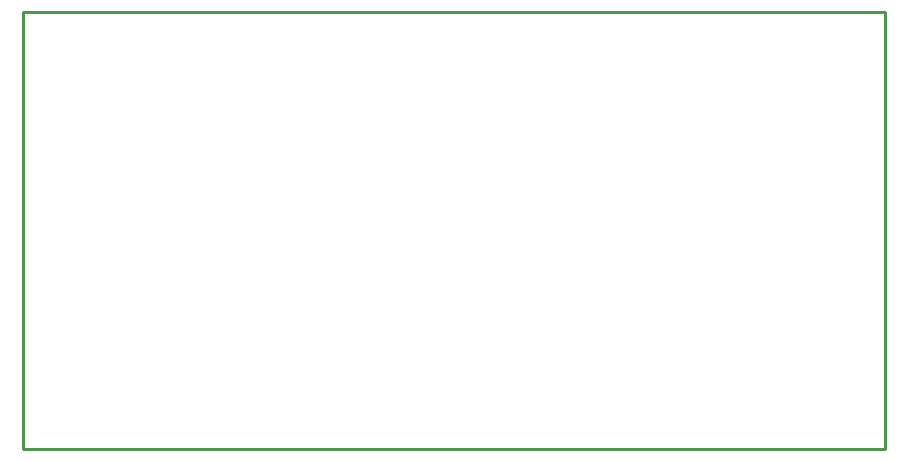
<source format=gko>
G04 Layer: BoardOutlineLayer*
G04 EasyEDA v6.5.5, 2022-06-30 12:06:16*
G04 14c6360a081142a8b98b93fd51069ae2,59b13081229d43bfb627b6405b151bcb,10*
G04 Gerber Generator version 0.2*
G04 Scale: 100 percent, Rotated: No, Reflected: No *
G04 Dimensions in millimeters *
G04 leading zeros omitted , absolute positions ,4 integer and 5 decimal *
%FSLAX45Y45*%
%MOMM*%

%ADD10C,0.2540*%
D10*
X699998Y9699980D02*
G01*
X7999984Y9699980D01*
X7999984Y5999987D01*
X699998Y5999987D01*
X699998Y9699980D01*

%LPD*%
M02*

</source>
